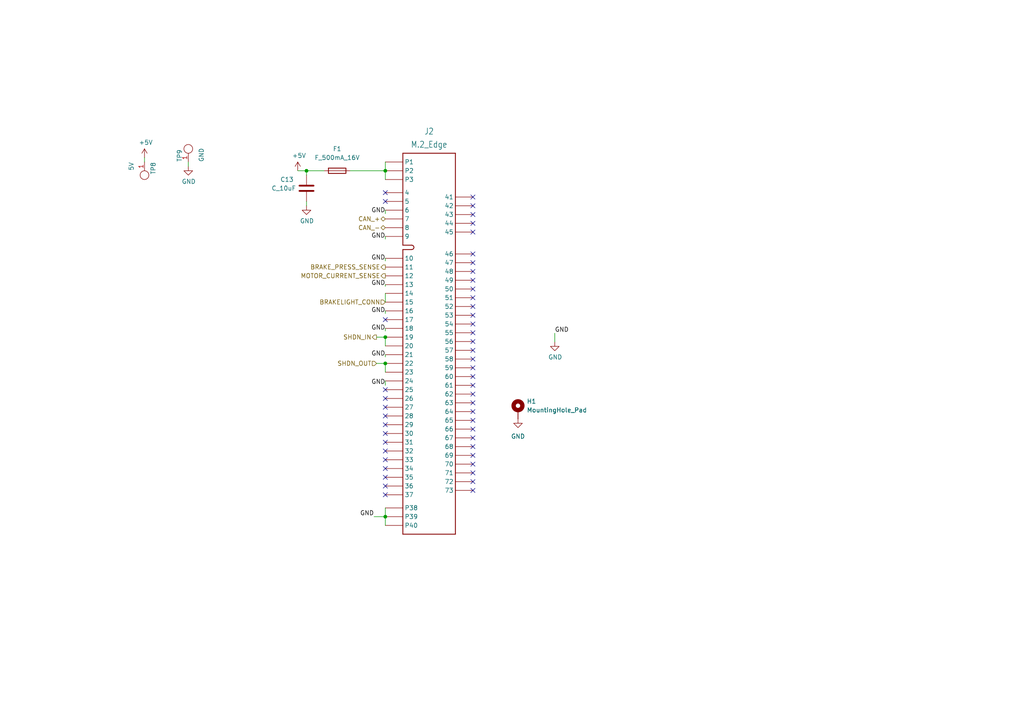
<source format=kicad_sch>
(kicad_sch (version 20231120) (generator "eeschema") (generator_version "8.0")
  (paper "A4")
  (title_block (title "PCIe x1 Connector") (date "2024-10-12") (rev "2") (company "Olin Electric Motorsports") (comment 1 "Rev. by Henry Tejada Deras") (comment 2 "By Ian Walsh"))
  (lib_symbols
    (symbol "Mechanical:MountingHole_Pad" (pin_numbers hide) (pin_names (offset 1.016) hide)
      (property "Reference" "H" (at 0 6.35 0))
      (property "Value" "MountingHole_Pad" (at 0 4.445 0))
      (symbol "MountingHole_Pad_0_1"
        (circle (center 0 1.27) (radius 1.27) (stroke (width 1.27)))
      )
      (symbol "MountingHole_Pad_1_1"
        (pin input line (at 0 -2.54 90) (length 2.54) (name "1") (number "1"))
      )
    )
    (symbol "OEM:10uF" (pin_numbers hide) (pin_names (offset 0.254))
      (property "Reference" "C" (at 0.635 2.54 0))
      (property "Value" "10uF" (at 0.635 -2.54 0))
      (symbol "10uF_0_1"
        (polyline (pts (xy -2.032 -0.762) (xy 2.032 -0.762)) (stroke (width 0.508)))
        (polyline (pts (xy -2.032 0.762) (xy 2.032 0.762)) (stroke (width 0.508)))
      )
      (symbol "10uF_1_1"
        (pin passive line (at 0 3.81 270) (length 2.794) (name "~") (number "1"))
        (pin passive line (at 0 -3.81 90) (length 2.794) (name "~") (number "2"))
      )
    )
    (symbol "OEM:Automotive_M.2_Edge_Connector"
      (property "Reference" "J?" (at 1.27 49.53 0))
      (property "Value" "Automotive_M.2_Edge_Connector" (at 7.62 45.72 0))
      (symbol "Automotive_M.2_Edge_Connector_0_1"
        (arc (start -5.0436 15.2415) (mid -4.4198 15.8765) (end -5.0436 16.5115) (stroke (width 0.25)))
        (polyline (pts (xy -7.62 15.24) (xy -5.08 15.24)) (stroke (width 0.25)))
        (polyline (pts (xy -7.62 16.51) (xy -5.08 16.51)) (stroke (width 0.25)))
        (polyline (pts (xy -7.62 43.18) (xy -7.62 16.51)) (stroke (width 0.25)))
        (polyline (pts (xy 7.62 -67.31) (xy -7.62 -67.31)) (stroke (width 0.25)))
      )
      (symbol "Automotive_M.2_Edge_Connector_1_0"
        (polyline (pts (xy -7.62 -67.31) (xy -7.62 15.24)) (stroke (width 0.254)))
        (polyline (pts (xy 7.62 43.18) (xy -7.62 43.18)) (stroke (width 0.254)))
        (polyline (pts (xy 7.62 43.18) (xy 7.62 -67.31)) (stroke (width 0.254)))
        (pin bidirectional line (at -12.7 12.7 0) (length 5.08) (name "10") (number "10"))
        (pin bidirectional line (at -12.7 10.16 0) (length 5.08) (name "11") (number "11"))
        (pin bidirectional line (at -12.7 7.62 0) (length 5.08) (name "12") (number "12"))
        (pin bidirectional line (at -12.7 5.08 0) (length 5.08) (name "13") (number "13"))
        (pin bidirectional line (at -12.7 2.54 0) (length 5.08) (name "14") (number "14"))
        (pin bidirectional line (at -12.7 0 0) (length 5.08) (name "15") (number "15"))
        (pin bidirectional line (at -12.7 -2.54 0) (length 5.08) (name "16") (number "16"))
        (pin bidirectional line (at -12.7 -5.08 0) (length 5.08) (name "17") (number "17"))
        (pin bidirectional line (at -12.7 -7.62 0) (length 5.08) (name "18") (number "18"))
        (pin bidirectional line (at -12.7 -10.16 0) (length 5.08) (name "19") (number "19"))
        (pin bidirectional line (at -12.7 -12.7 0) (length 5.08) (name "20") (number "20"))
        (pin bidirectional line (at -12.7 -15.24 0) (length 5.08) (name "21") (number "21"))
        (pin bidirectional line (at -12.7 -17.78 0) (length 5.08) (name "22") (number "22"))
        (pin bidirectional line (at -12.7 -20.32 0) (length 5.08) (name "23") (number "23"))
        (pin bidirectional line (at -12.7 -22.86 0) (length 5.08) (name "24") (number "24"))
        (pin bidirectional line (at -12.7 -25.4 0) (length 5.08) (name "25") (number "25"))
        (pin bidirectional line (at -12.7 -27.94 0) (length 5.08) (name "26") (number "26"))
        (pin bidirectional line (at -12.7 -30.48 0) (length 5.08) (name "27") (number "27"))
        (pin bidirectional line (at -12.7 -33.02 0) (length 5.08) (name "28") (number "28"))
        (pin bidirectional line (at -12.7 -35.56 0) (length 5.08) (name "29") (number "29"))
        (pin bidirectional line (at -12.7 -38.1 0) (length 5.08) (name "30") (number "30"))
        (pin bidirectional line (at -12.7 -40.64 0) (length 5.08) (name "31") (number "31"))
        (pin bidirectional line (at -12.7 -43.18 0) (length 5.08) (name "32") (number "32"))
        (pin bidirectional line (at -12.7 -45.72 0) (length 5.08) (name "33") (number "33"))
        (pin bidirectional line (at -12.7 -48.26 0) (length 5.08) (name "34") (number "34"))
        (pin bidirectional line (at -12.7 -50.8 0) (length 5.08) (name "35") (number "35"))
        (pin bidirectional line (at -12.7 -53.34 0) (length 5.08) (name "36") (number "36"))
        (pin bidirectional line (at -12.7 -55.88 0) (length 5.08) (name "37") (number "37"))
        (pin bidirectional line (at -12.7 31.75 0) (length 5.08) (name "4") (number "4"))
        (pin bidirectional line (at 12.7 30.48 180) (length 5.08) (name "41") (number "41"))
        (pin bidirectional line (at 12.7 27.94 180) (length 5.08) (name "42") (number "42"))
        (pin bidirectional line (at 12.7 25.4 180) (length 5.08) (name "43") (number "43"))
        (pin bidirectional line (at 12.7 22.86 180) (length 5.08) (name "44") (number "44"))
        (pin bidirectional line (at 12.7 20.32 180) (length 5.08) (name "45") (number "45"))
        (pin bidirectional line (at 12.7 13.97 180) (length 5.08) (name "46") (number "46"))
        (pin bidirectional line (at 12.7 11.43 180) (length 5.08) (name "47") (number "47"))
        (pin bidirectional line (at 12.7 8.89 180) (length 5.08) (name "48") (number "48"))
        (pin bidirectional line (at 12.7 6.35 180) (length 5.08) (name "49") (number "49"))
        (pin bidirectional line (at -12.7 29.21 0) (length 5.08) (name "5") (number "5"))
        (pin bidirectional line (at 12.7 3.81 180) (length 5.08) (name "50") (number "50"))
        (pin bidirectional line (at 12.7 1.27 180) (length 5.08) (name "51") (number "51"))
        (pin bidirectional line (at 12.7 -1.27 180) (length 5.08) (name "52") (number "52"))
        (pin bidirectional line (at 12.7 -3.81 180) (length 5.08) (name "53") (number "53"))
        (pin bidirectional line (at 12.7 -6.35 180) (length 5.08) (name "54") (number "54"))
        (pin bidirectional line (at 12.7 -8.89 180) (length 5.08) (name "55") (number "55"))
        (pin bidirectional line (at 12.7 -11.43 180) (length 5.08) (name "56") (number "56"))
        (pin bidirectional line (at 12.7 -13.97 180) (length 5.08) (name "57") (number "57"))
        (pin bidirectional line (at 12.7 -16.51 180) (length 5.08) (name "58") (number "58"))
        (pin bidirectional line (at 12.7 -19.05 180) (length 5.08) (name "59") (number "59"))
        (pin bidirectional line (at -12.7 26.67 0) (length 5.08) (name "6") (number "6"))
        (pin bidirectional line (at 12.7 -21.59 180) (length 5.08) (name "60") (number "60"))
        (pin bidirectional line (at 12.7 -24.13 180) (length 5.08) (name "61") (number "61"))
        (pin bidirectional line (at 12.7 -26.67 180) (length 5.08) (name "62") (number "62"))
        (pin bidirectional line (at 12.7 -29.21 180) (length 5.08) (name "63") (number "63"))
        (pin bidirectional line (at 12.7 -31.75 180) (length 5.08) (name "64") (number "64"))
        (pin bidirectional line (at 12.7 -34.29 180) (length 5.08) (name "65") (number "65"))
        (pin bidirectional line (at 12.7 -36.83 180) (length 5.08) (name "66") (number "66"))
        (pin bidirectional line (at 12.7 -39.37 180) (length 5.08) (name "67") (number "67"))
        (pin bidirectional line (at 12.7 -41.91 180) (length 5.08) (name "68") (number "68"))
        (pin bidirectional line (at 12.7 -44.45 180) (length 5.08) (name "69") (number "69"))
        (pin bidirectional line (at -12.7 24.13 0) (length 5.08) (name "7") (number "7"))
        (pin bidirectional line (at 12.7 -46.99 180) (length 5.08) (name "70") (number "70"))
        (pin bidirectional line (at 12.7 -49.53 180) (length 5.08) (name "71") (number "71"))
        (pin bidirectional line (at 12.7 -52.07 180) (length 5.08) (name "72") (number "72"))
        (pin bidirectional line (at 12.7 -54.61 180) (length 5.08) (name "73") (number "73"))
        (pin bidirectional line (at -12.7 21.59 0) (length 5.08) (name "8") (number "8"))
        (pin bidirectional line (at -12.7 19.05 0) (length 5.08) (name "9") (number "9"))
        (pin bidirectional line (at -12.7 40.64 0) (length 5.08) (name "P1") (number "P1"))
        (pin bidirectional line (at -12.7 38.1 0) (length 5.08) (name "P2") (number "P2"))
        (pin bidirectional line (at -12.7 35.56 0) (length 5.08) (name "P3") (number "P3"))
        (pin bidirectional line (at -12.7 -59.69 0) (length 5.08) (name "P38") (number "P38"))
        (pin bidirectional line (at -12.7 -62.23 0) (length 5.08) (name "P39") (number "P39"))
        (pin bidirectional line (at -12.7 -64.77 0) (length 5.08) (name "P40") (number "P40"))
      )
    )
    (symbol "OEM:F_500mA_16V" (pin_numbers hide) (pin_names (offset 0))
      (property "Reference" "F" (at 2.032 0 90))
      (property "Value" "F_500mA_16V" (at -1.905 0 90))
      (symbol "F_500mA_16V_0_1"
        (rectangle (start -0.762 -2.54) (end 0.762 2.54) (stroke (width 0.254)))
        (polyline (pts (xy 0 2.54) (xy 0 -2.54)))
      )
      (symbol "F_500mA_16V_1_1"
        (pin passive line (at 0 3.81 270) (length 1.27) (name "~") (number "1"))
        (pin passive line (at 0 -3.81 90) (length 1.27) (name "~") (number "2"))
      )
    )
    (symbol "OEM:TP_SMD" (pin_names (offset 1.016))
      (property "Reference" "TP" (at 0 7.62 0))
      (property "Value" "TP_SMD" (at 1.27 5.08 0))
      (symbol "TP_SMD_1_1"
        (circle (center 0 2.54) (radius 1.27))
        (pin input line (at 0 -1.27 90) (length 2.54) (name "~") (number "1"))
      )
    )
    (symbol "power:+5V" (power) (pin_names (offset 0))
      (property "Value" "+5V" (at 0 3.556 0))
      (symbol "+5V_0_1"
        (polyline (pts (xy -0.762 1.27) (xy 0 2.54)))
        (polyline (pts (xy 0 0) (xy 0 2.54)))
        (polyline (pts (xy 0 2.54) (xy 0.762 1.27)))
      )
      (symbol "+5V_1_1"
        (pin power_in line (at 0 0 90) (length 0) hide (name "+5V") (number "1"))
      )
    )
    (symbol "power:GND" (power) (pin_names (offset 0))
      (property "Value" "GND" (at 0 -3.81 0))
      (symbol "GND_0_1"
        (polyline (pts (xy 0 0) (xy 0 -1.27) (xy 1.27 -1.27) (xy 0 -2.54) (xy -1.27 -1.27) (xy 0 -1.27)))
      )
      (symbol "GND_1_1"
        (pin power_in line (at 0 0 270) (length 0) hide (name "GND") (number "1"))
      )
    )
  )
  (junction (at 111.76 105.41))
  (junction (at 111.76 149.86))
  (junction (at 88.9 49.53))
  (junction (at 111.76 49.53))
  (junction (at 111.76 97.79))
  (no_connect (at 111.76 138.43))
  (no_connect (at 137.16 132.08))
  (no_connect (at 111.76 123.19))
  (no_connect (at 137.16 83.82))
  (no_connect (at 137.16 57.15))
  (no_connect (at 137.16 59.69))
  (no_connect (at 137.16 62.23))
  (no_connect (at 137.16 64.77))
  (no_connect (at 137.16 67.31))
  (no_connect (at 137.16 73.66))
  (no_connect (at 137.16 76.2))
  (no_connect (at 137.16 78.74))
  (no_connect (at 137.16 81.28))
  (no_connect (at 137.16 88.9))
  (no_connect (at 137.16 129.54))
  (no_connect (at 137.16 111.76))
  (no_connect (at 137.16 137.16))
  (no_connect (at 111.76 118.11))
  (no_connect (at 137.16 116.84))
  (no_connect (at 137.16 99.06))
  (no_connect (at 111.76 120.65))
  (no_connect (at 137.16 134.62))
  (no_connect (at 137.16 86.36))
  (no_connect (at 137.16 104.14))
  (no_connect (at 137.16 114.3))
  (no_connect (at 137.16 96.52))
  (no_connect (at 137.16 101.6))
  (no_connect (at 137.16 91.44))
  (no_connect (at 111.76 133.35))
  (no_connect (at 137.16 142.24))
  (no_connect (at 137.16 127))
  (no_connect (at 111.76 55.88))
  (no_connect (at 111.76 58.42))
  (no_connect (at 111.76 143.51))
  (no_connect (at 111.76 140.97))
  (no_connect (at 111.76 135.89))
  (no_connect (at 111.76 128.27))
  (no_connect (at 137.16 121.92))
  (no_connect (at 111.76 130.81))
  (no_connect (at 137.16 124.46))
  (no_connect (at 111.76 92.71))
  (no_connect (at 111.76 113.03))
  (no_connect (at 137.16 109.22))
  (no_connect (at 137.16 93.98))
  (no_connect (at 137.16 119.38))
  (no_connect (at 111.76 115.57))
  (no_connect (at 137.16 139.7))
  (no_connect (at 111.76 125.73))
  (no_connect (at 137.16 106.68))
  (wire (pts (xy 111.76 147.32) (xy 111.76 149.86)))
  (wire (pts (xy 160.909 96.647) (xy 160.909 99.187)))
  (wire (pts (xy 111.76 85.09) (xy 111.76 87.63)))
  (wire (pts (xy 86.36 49.53) (xy 88.9 49.53)))
  (wire (pts (xy 88.9 58.42) (xy 88.9 59.69)))
  (wire (pts (xy 111.76 149.86) (xy 111.76 152.4)))
  (wire (pts (xy 111.76 105.41) (xy 111.76 107.95)))
  (wire (pts (xy 54.61 46.99) (xy 54.61 48.26)))
  (wire (pts (xy 111.76 61.976) (xy 111.76 60.96)))
  (wire (pts (xy 109.22 105.41) (xy 111.76 105.41)))
  (wire (pts (xy 108.4834 149.86) (xy 111.76 149.86)))
  (wire (pts (xy 88.9 49.53) (xy 93.98 49.53)))
  (wire (pts (xy 88.9 50.8) (xy 88.9 49.53)))
  (wire (pts (xy 111.76 103.5304) (xy 111.76 102.87)))
  (wire (pts (xy 111.76 83.058) (xy 111.76 82.55)))
  (wire (pts (xy 111.76 75.692) (xy 111.76 74.93)))
  (wire (pts (xy 111.76 46.99) (xy 111.76 49.53)))
  (wire (pts (xy 101.6 49.53) (xy 111.76 49.53)))
  (wire (pts (xy 109.22 97.79) (xy 111.76 97.79)))
  (wire (pts (xy 41.91 45.72) (xy 41.91 46.99)))
  (wire (pts (xy 111.76 97.79) (xy 111.76 100.33)))
  (wire (pts (xy 111.76 111.76) (xy 111.76 110.49)))
  (wire (pts (xy 111.76 96.012) (xy 111.76 95.25)))
  (wire (pts (xy 111.76 69.342) (xy 111.76 68.58)))
  (wire (pts (xy 111.76 90.932) (xy 111.76 90.17)))
  (wire (pts (xy 111.76 49.53) (xy 111.76 52.07)))
  (label "GND" (at 111.76 103.5304 180))
  (label "GND" (at 160.909 96.647 0))
  (label "GND" (at 108.4834 149.86 180))
  (label "GND" (at 111.76 111.76 180))
  (label "GND" (at 111.76 75.692 180))
  (label "GND" (at 111.76 96.012 180))
  (label "GND" (at 111.76 83.058 180))
  (label "GND" (at 111.76 61.976 180))
  (label "GND" (at 111.76 69.342 180))
  (label "GND" (at 111.76 90.932 180))
  (hierarchical_label "CAN_-" (shape bidirectional) (at 111.76 66.04 180))
  (hierarchical_label "MOTOR_CURRENT_SENSE" (shape output) (at 111.76 80.01 180))
  (hierarchical_label "SHDN_IN" (shape output) (at 109.22 97.79 180))
  (hierarchical_label "SHDN_OUT" (shape input) (at 109.22 105.41 180))
  (hierarchical_label "BRAKE_PRESS_SENSE" (shape output) (at 111.76 77.47 180))
  (hierarchical_label "BRAKELIGHT_CONN" (shape input) (at 111.76 87.63 180))
  (hierarchical_label "CAN_+" (shape bidirectional) (at 111.76 63.5 180))
  (symbol (lib_id "power:GND") (at 150.241 121.4882 0) (unit 1)
    (property "Reference" "#PWR?" (effects (hide yes)))
    (property "Value" "GND" (at 150.241 126.5682 0))
  )
  (symbol (lib_id "OEM:TP_SMD") (at 41.91 48.26 180) (unit 1)
    (property "Reference" "TP8" (at 44.45 46.99 90) (effects (justify left)))
    (property "Value" "5V" (at 38.1 46.99 90) (effects (justify left)))
    (property "Footprint" "footprints:Test_Point_SMD" (effects (hide yes)))
    (property "MPN" "5019" (effects (hide yes)))
    (property "MFN" "Keystone" (effects (hide yes)))
    (property "DKPN" "36-5019TR-ND" (effects (hide yes)))
    (property "NewDesigns" "YES" (effects (hide yes)))
    (property "Stocked" "Reel" (effects (hide yes)))
    (property "Package" "Custom" (effects (hide yes)))
    (property "Style" "SMD" (effects (hide yes)))
  )
  (symbol (lib_id "power:GND") (at 160.909 99.187 0) (unit 1)
    (property "Reference" "#PWR?" (effects (hide yes)))
    (property "Value" "GND" (at 161.036 103.5812 0))
  )
  (symbol (lib_id "power:GND") (at 88.9 59.69 0) (unit 1)
    (property "Reference" "#PWR?" (effects (hide yes)))
    (property "Value" "GND" (at 89.027 64.0842 0))
  )
  (symbol (lib_id "OEM:F_500mA_16V") (at 97.79 49.53 90) (unit 1)
    (property "Reference" "F1" (at 97.79 43.18 90))
    (property "Value" "F_500mA_16V" (at 97.79 45.72 90))
    (property "Footprint" "footprints:Fuse_1210" (effects (hide yes)))
    (property "Datasheet" "https://belfuse.com/resources/CircuitProtection/datasheets/0ZCH%20Nov2016.pdf" (effects (hide yes)))
    (property "MFN" "Bel Fuse" (effects (hide yes)))
    (property "MPN" "0ZCH0050FF2G" (effects (hide yes)))
    (property "DKPN" "507-1786-1-ND" (effects (hide yes)))
    (property "NewDesigns" "YES" (effects (hide yes)))
    (property "Stocked" "Tape" (effects (hide yes)))
    (property "Package" "1210" (effects (hide yes)))
    (property "Style" "SMD" (effects (hide yes)))
  )
  (symbol (lib_id "OEM:TP_SMD") (at 54.61 45.72 0) (unit 1)
    (property "Reference" "TP9" (at 52.07 46.99 90) (effects (justify left)))
    (property "Value" "GND" (at 58.42 46.99 90) (effects (justify left)))
    (property "Footprint" "footprints:Test_Point_SMD" (effects (hide yes)))
    (property "MPN" "5019" (effects (hide yes)))
    (property "MFN" "Keystone" (effects (hide yes)))
    (property "DKPN" "36-5019TR-ND" (effects (hide yes)))
    (property "NewDesigns" "YES" (effects (hide yes)))
    (property "Stocked" "Reel" (effects (hide yes)))
    (property "Package" "Custom" (effects (hide yes)))
    (property "Style" "SMD" (effects (hide yes)))
  )
  (symbol (lib_id "OEM:10uF") (at 88.9 54.61 0) (unit 1)
    (property "Reference" "C13" (at 81.28 52.07 0) (effects (justify left)))
    (property "Value" "C_10uF" (at 78.74 54.61 0) (effects (justify left)))
    (property "Footprint" "OEM:C_0603" (effects (hide yes)))
    (property "MFN" "Taiyo Yuden" (effects (hide yes)))
    (property "MPN" "LMK107BBJ106KALT" (effects (hide yes)))
    (property "DKPN" "587-6017-6-ND" (effects (hide yes)))
    (property "NewDesigns" "YES" (effects (hide yes)))
    (property "Stocked" "Digi-Reel" (effects (hide yes)))
    (property "Package" "0603" (effects (hide yes)))
    (property "Style" "SMD" (effects (hide yes)))
  )
  (symbol (lib_id "power:+5V") (at 41.91 45.72 0) (unit 1)
    (property "Reference" "#PWR?" (effects (hide yes)))
    (property "Value" "+5V" (at 42.291 41.3258 0))
  )
  (symbol (lib_id "power:GND") (at 54.61 48.26 0) (unit 1)
    (property "Reference" "#PWR?" (effects (hide yes)))
    (property "Value" "GND" (at 54.737 52.6542 0))
  )
  (symbol (lib_id "OEM:Automotive_M.2_Edge_Connector") (at 124.46 87.63 0) (unit 1) (in_bom no)
    (property "Reference" "J2" (at 124.46 38.1 0) (effects (font (size 1.778 1.5113))))
    (property "Value" "M.2_Edge" (at 124.46 41.91 0) (effects (font (size 1.778 1.5113))))
    (property "Footprint" "footprints:Automotive_M.2_Edge_Connector" (effects (hide yes)))
    (property "MPN" "N/A" (effects (hide yes)))
    (property "MFN" "N/A" (effects (hide yes)))
    (property "DKPN" "N/A" (effects (hide yes)))
    (property "NewDesigns" "YES" (effects (hide yes)))
    (property "Stocked" "N/A" (effects (hide yes)))
    (property "Package" "N/A" (effects (hide yes)))
    (property "Style" "Edge Connector" (effects (hide yes)))
  )
  (symbol (lib_id "power:+5V") (at 86.36 49.53 0) (unit 1)
    (property "Reference" "#PWR?" (effects (hide yes)))
    (property "Value" "+5V" (at 86.741 45.1358 0))
  )
  (symbol (lib_id "Mechanical:MountingHole_Pad") (at 150.241 118.9482 0) (unit 1) (in_bom no)
    (property "Reference" "H1" (at 152.781 116.4081 0) (effects (justify left)))
    (property "Value" "MountingHole_Pad" (at 152.781 118.9481 0) (effects (justify left)))
    (property "Footprint" "OEM:M.2_Mount" (effects (hide yes)))
  )
)
</source>
